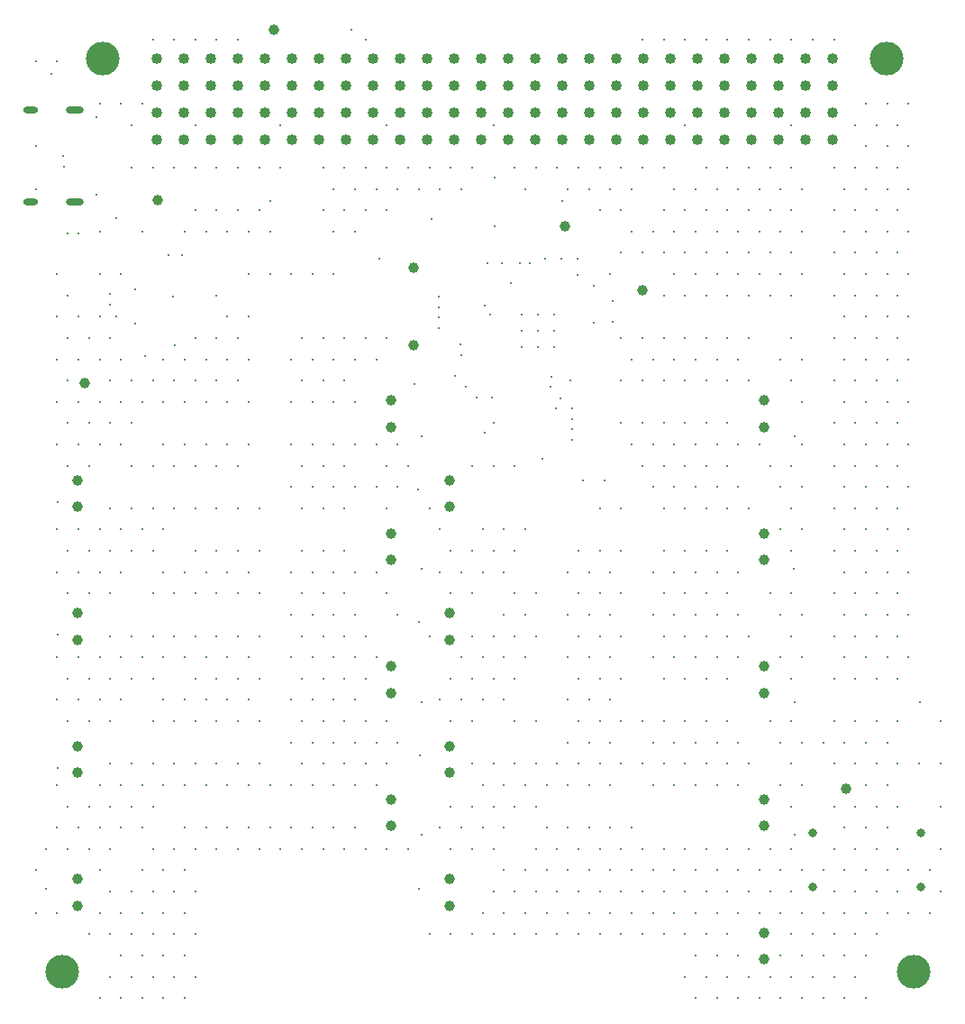
<source format=gbr>
%TF.GenerationSoftware,Altium Limited,Altium Designer,24.0.1 (36)*%
G04 Layer_Color=0*
%FSLAX45Y45*%
%MOMM*%
%TF.SameCoordinates,35AB2F61-03EE-4C9E-862A-60B4A91D9B88*%
%TF.FilePolarity,Positive*%
%TF.FileFunction,Plated,1,4,PTH,Drill*%
%TF.Part,Single*%
G01*
G75*
%TA.AperFunction,ComponentDrill*%
%ADD94C,1.00000*%
%ADD95C,1.00000*%
%ADD96O,1.40000X0.60000*%
%ADD97O,1.70000X0.60000*%
%TA.AperFunction,OtherDrill,Pad Free-MH (82.55mm,90.805mm)*%
%ADD98C,3.17500*%
%TA.AperFunction,OtherDrill,Pad Free-MH (8.89mm,90.805mm)*%
%ADD99C,3.17500*%
%TA.AperFunction,OtherDrill,Pad Free-MH (85.09mm,5.08mm)*%
%ADD100C,3.17500*%
%TA.AperFunction,OtherDrill,Pad Free-MH (5.08mm,5.08mm)*%
%ADD101C,3.17500*%
%TA.AperFunction,ComponentDrill*%
%ADD102C,0.80000*%
%ADD103C,1.02000*%
%TA.AperFunction,ViaDrill,NotFilled*%
%ADD104C,0.30000*%
D94*
X3812500Y6390000D02*
D03*
D95*
X4150000Y4875000D02*
D03*
Y5125000D02*
D03*
X3812500Y7117500D02*
D03*
X650000Y1125000D02*
D03*
Y1375000D02*
D03*
Y4875000D02*
D03*
Y5125000D02*
D03*
Y3625000D02*
D03*
Y3875000D02*
D03*
Y2375000D02*
D03*
Y2625000D02*
D03*
X1407500Y7757500D02*
D03*
X2496820Y9357500D02*
D03*
X7875000Y2225000D02*
D03*
X721360Y6037580D02*
D03*
X5957500Y6905000D02*
D03*
X5232500Y7507500D02*
D03*
X3600000Y4375000D02*
D03*
Y4625000D02*
D03*
Y5625000D02*
D03*
Y5875000D02*
D03*
Y1875000D02*
D03*
Y2125000D02*
D03*
Y3125000D02*
D03*
Y3375000D02*
D03*
X4150000Y3875000D02*
D03*
Y3625000D02*
D03*
Y2625000D02*
D03*
Y2375000D02*
D03*
Y1375000D02*
D03*
Y1125000D02*
D03*
X7100000Y5625000D02*
D03*
Y5875000D02*
D03*
Y4375000D02*
D03*
Y4625000D02*
D03*
Y3125000D02*
D03*
Y3375000D02*
D03*
Y1875000D02*
D03*
Y2125000D02*
D03*
Y625000D02*
D03*
Y875000D02*
D03*
D96*
X210000Y7735000D02*
D03*
Y8600000D02*
D03*
D97*
X627000Y7735000D02*
D03*
Y8600000D02*
D03*
D98*
X8255000Y9080500D02*
D03*
D99*
X889000D02*
D03*
D100*
X8509000Y508000D02*
D03*
D101*
X508000D02*
D03*
D102*
X7559000Y1808000D02*
D03*
Y1300000D02*
D03*
X8575000D02*
D03*
Y1808000D02*
D03*
D103*
X2159000Y9080500D02*
D03*
X3683000D02*
D03*
X2921000D02*
D03*
X2667000D02*
D03*
X2413000D02*
D03*
X3429000D02*
D03*
X1905000D02*
D03*
X1651000D02*
D03*
X3175000D02*
D03*
X1397000D02*
D03*
X6223000D02*
D03*
X6477000Y8826500D02*
D03*
X7493000Y9080500D02*
D03*
Y8826500D02*
D03*
X7239000Y9080500D02*
D03*
Y8826500D02*
D03*
X6985000Y9080500D02*
D03*
Y8826500D02*
D03*
X6731000Y9080500D02*
D03*
Y8826500D02*
D03*
X6477000Y9080500D02*
D03*
X7747000D02*
D03*
Y8826500D02*
D03*
X6223000D02*
D03*
X3175000D02*
D03*
X4445000D02*
D03*
X3683000D02*
D03*
X3937000D02*
D03*
X4191000D02*
D03*
X3429000D02*
D03*
X5969000D02*
D03*
X5715000D02*
D03*
X5461000D02*
D03*
X4699000D02*
D03*
X4953000D02*
D03*
X5207000D02*
D03*
X2159000D02*
D03*
X2921000D02*
D03*
X2667000D02*
D03*
X2413000D02*
D03*
X1905000D02*
D03*
X1651000D02*
D03*
X1397000D02*
D03*
X5207000Y9080500D02*
D03*
X5969000D02*
D03*
X5715000D02*
D03*
X5461000D02*
D03*
X4953000D02*
D03*
X4699000D02*
D03*
X4445000D02*
D03*
X4191000D02*
D03*
X3937000D02*
D03*
X2159000Y8572500D02*
D03*
X3683000D02*
D03*
X2921000D02*
D03*
X2667000D02*
D03*
X2413000D02*
D03*
X3429000D02*
D03*
X1905000D02*
D03*
X1651000D02*
D03*
X3175000D02*
D03*
X1397000D02*
D03*
X6223000D02*
D03*
X6477000Y8318500D02*
D03*
X7493000Y8572500D02*
D03*
Y8318500D02*
D03*
X7239000Y8572500D02*
D03*
Y8318500D02*
D03*
X6985000Y8572500D02*
D03*
Y8318500D02*
D03*
X6731000Y8572500D02*
D03*
Y8318500D02*
D03*
X6477000Y8572500D02*
D03*
X7747000D02*
D03*
Y8318500D02*
D03*
X6223000D02*
D03*
X3175000D02*
D03*
X4445000D02*
D03*
X3683000D02*
D03*
X3937000D02*
D03*
X4191000D02*
D03*
X3429000D02*
D03*
X5969000D02*
D03*
X5715000D02*
D03*
X5461000D02*
D03*
X4699000D02*
D03*
X4953000D02*
D03*
X5207000D02*
D03*
X2159000D02*
D03*
X2921000D02*
D03*
X2667000D02*
D03*
X2413000D02*
D03*
X1905000D02*
D03*
X1651000D02*
D03*
X1397000D02*
D03*
X5207000Y8572500D02*
D03*
X5969000D02*
D03*
X5715000D02*
D03*
X5461000D02*
D03*
X4953000D02*
D03*
X4699000D02*
D03*
X4445000D02*
D03*
X4191000D02*
D03*
X3937000D02*
D03*
D104*
X8760006Y2860003D02*
D03*
Y2460003D02*
D03*
Y2060002D02*
D03*
Y1660002D02*
D03*
X8660006Y1460002D02*
D03*
X8760006Y1260002D02*
D03*
X8660006Y1060002D02*
D03*
X8460006Y8660006D02*
D03*
Y8260006D02*
D03*
Y7860006D02*
D03*
Y7460005D02*
D03*
Y7060005D02*
D03*
Y6660005D02*
D03*
Y6260005D02*
D03*
Y5860005D02*
D03*
Y5460004D02*
D03*
Y5060004D02*
D03*
Y4660004D02*
D03*
Y4260004D02*
D03*
Y3860003D02*
D03*
Y3460003D02*
D03*
X8560006Y2460003D02*
D03*
X8460006Y1460002D02*
D03*
Y1060002D02*
D03*
X8260006Y8660006D02*
D03*
X8360006Y8460006D02*
D03*
X8260006Y8260006D02*
D03*
X8360006Y8060006D02*
D03*
X8260006Y7860006D02*
D03*
X8360006Y7660006D02*
D03*
X8260006Y7460005D02*
D03*
X8360006Y7260005D02*
D03*
X8260006Y7060005D02*
D03*
X8360006Y6860005D02*
D03*
X8260006Y6660005D02*
D03*
X8360006Y6460005D02*
D03*
X8260006Y6260005D02*
D03*
X8360006Y6060005D02*
D03*
X8260006Y5860005D02*
D03*
X8360006Y5660004D02*
D03*
X8260006Y5460004D02*
D03*
X8360006Y5260004D02*
D03*
X8260006Y5060004D02*
D03*
X8360006Y4860004D02*
D03*
X8260006Y4660004D02*
D03*
X8360006Y4460004D02*
D03*
X8260006Y4260004D02*
D03*
X8360006Y4060004D02*
D03*
X8260006Y3860003D02*
D03*
X8360006Y3660003D02*
D03*
X8260006Y3460003D02*
D03*
X8360006Y3260003D02*
D03*
Y2860003D02*
D03*
X8260006Y2660003D02*
D03*
X8360006Y2460003D02*
D03*
X8260006Y2260003D02*
D03*
X8360006Y2060002D02*
D03*
X8260006Y1860002D02*
D03*
X8360006Y1660002D02*
D03*
X8260006Y1460002D02*
D03*
X8360006Y1260002D02*
D03*
X8260006Y1060002D02*
D03*
X8060006Y8660006D02*
D03*
X8160006Y8460006D02*
D03*
X8060006Y8260006D02*
D03*
X8160006Y8060006D02*
D03*
X8060006Y7860006D02*
D03*
X8160006Y7660006D02*
D03*
X8060006Y7460005D02*
D03*
X8160006Y7260005D02*
D03*
X8060006Y7060005D02*
D03*
X8160006Y6860005D02*
D03*
X8060006Y6660005D02*
D03*
X8160006Y6460005D02*
D03*
X8060006Y6260005D02*
D03*
X8160006Y6060005D02*
D03*
X8060006Y5860005D02*
D03*
X8160006Y5660004D02*
D03*
X8060006Y5460004D02*
D03*
X8160006Y5260004D02*
D03*
X8060006Y5060004D02*
D03*
X8160006Y4860004D02*
D03*
X8060006Y4660004D02*
D03*
X8160006Y4460004D02*
D03*
X8060006Y4260004D02*
D03*
X8160006Y4060004D02*
D03*
X8060006Y3860003D02*
D03*
X8160006Y3660003D02*
D03*
X8060006Y3460003D02*
D03*
X8160006Y3260003D02*
D03*
Y2860003D02*
D03*
X8060006Y2660003D02*
D03*
X8160006Y2460003D02*
D03*
X8060006Y2260003D02*
D03*
X8160006Y2060002D02*
D03*
X8060006Y1860002D02*
D03*
X8160006Y1660002D02*
D03*
X8060006Y1460002D02*
D03*
X8160006Y1260002D02*
D03*
X8060006Y1060002D02*
D03*
X8160006Y860002D02*
D03*
X8060006Y660002D02*
D03*
Y260002D02*
D03*
X7960006Y8460006D02*
D03*
Y8060006D02*
D03*
X7860006Y7860006D02*
D03*
X7960006Y7660006D02*
D03*
X7860006Y7460005D02*
D03*
X7960006Y7260005D02*
D03*
X7860006Y7060005D02*
D03*
X7960006Y6860005D02*
D03*
X7860006Y6660005D02*
D03*
X7960006Y6460005D02*
D03*
X7860006Y6260005D02*
D03*
X7960006Y6060005D02*
D03*
X7860006Y5860005D02*
D03*
X7960006Y5660004D02*
D03*
X7860006Y5460004D02*
D03*
X7960006Y5260004D02*
D03*
X7860006Y5060004D02*
D03*
X7960006Y4860004D02*
D03*
X7860006Y4660004D02*
D03*
X7960006Y4460004D02*
D03*
X7860006Y4260004D02*
D03*
X7960006Y4060004D02*
D03*
X7860006Y3860003D02*
D03*
X7960006Y3660003D02*
D03*
X7860006Y3460003D02*
D03*
X7960006Y3260003D02*
D03*
Y2860003D02*
D03*
X7860006Y2660003D02*
D03*
X7960006Y2460003D02*
D03*
Y2060002D02*
D03*
X7860006Y1860002D02*
D03*
X7960006Y1660002D02*
D03*
X7860006Y1460002D02*
D03*
X7960006Y1260002D02*
D03*
X7860006Y1060002D02*
D03*
X7960006Y860002D02*
D03*
X7860006Y660002D02*
D03*
X7960006Y460002D02*
D03*
X7860006Y260002D02*
D03*
X7760006Y9260006D02*
D03*
Y8060006D02*
D03*
Y7660006D02*
D03*
Y7260005D02*
D03*
Y6860005D02*
D03*
Y6460005D02*
D03*
Y6060005D02*
D03*
Y5660004D02*
D03*
Y5260004D02*
D03*
Y4860004D02*
D03*
Y4460004D02*
D03*
Y4060004D02*
D03*
Y3660003D02*
D03*
Y3260003D02*
D03*
Y2860003D02*
D03*
X7660006Y2660003D02*
D03*
X7760006Y2460003D02*
D03*
Y2060002D02*
D03*
Y1660002D02*
D03*
X7660006Y1460002D02*
D03*
X7760006Y1260002D02*
D03*
X7660006Y1060002D02*
D03*
X7760006Y860002D02*
D03*
X7660006Y660002D02*
D03*
X7760006Y460002D02*
D03*
X7660006Y260002D02*
D03*
X7560005Y9260006D02*
D03*
X7460005Y7860006D02*
D03*
Y7460005D02*
D03*
Y7060005D02*
D03*
Y6260005D02*
D03*
Y5860005D02*
D03*
Y5460004D02*
D03*
Y5060004D02*
D03*
Y4660004D02*
D03*
Y3860003D02*
D03*
Y3460003D02*
D03*
Y2660003D02*
D03*
Y2260003D02*
D03*
Y1460002D02*
D03*
Y1060002D02*
D03*
X7560005Y860002D02*
D03*
X7460005Y660002D02*
D03*
X7560005Y460002D02*
D03*
X7460005Y260002D02*
D03*
X7360005Y9260006D02*
D03*
Y8460006D02*
D03*
Y8060006D02*
D03*
X7260005Y7860006D02*
D03*
X7360005Y7660006D02*
D03*
X7260005Y7460005D02*
D03*
X7360005Y7260005D02*
D03*
X7260005Y7060005D02*
D03*
X7360005Y6860005D02*
D03*
Y6460005D02*
D03*
X7260005Y6260005D02*
D03*
X7360005Y6060005D02*
D03*
Y5260004D02*
D03*
X7260005Y5060004D02*
D03*
X7360005Y4860004D02*
D03*
X7260005Y4660004D02*
D03*
X7360005Y4460004D02*
D03*
Y4060004D02*
D03*
X7260005Y3860003D02*
D03*
X7360005Y3660003D02*
D03*
X7260005Y3460003D02*
D03*
X7360005Y3260003D02*
D03*
Y2860003D02*
D03*
X7260005Y2660003D02*
D03*
X7360005Y2460003D02*
D03*
X7260005Y2260003D02*
D03*
X7360005Y2060002D02*
D03*
Y1660002D02*
D03*
X7260005Y1460002D02*
D03*
X7360005Y1260002D02*
D03*
X7260005Y1060002D02*
D03*
X7360005Y860002D02*
D03*
X7260005Y660002D02*
D03*
X7360005Y460002D02*
D03*
X7260005Y260002D02*
D03*
X7160005Y9260006D02*
D03*
Y8060006D02*
D03*
X7060005Y7860006D02*
D03*
X7160005Y7660006D02*
D03*
X7060005Y7460005D02*
D03*
X7160005Y7260005D02*
D03*
X7060005Y7060005D02*
D03*
X7160005Y6860005D02*
D03*
X7060005Y5460004D02*
D03*
X7160005Y5260004D02*
D03*
Y4060004D02*
D03*
Y2860003D02*
D03*
Y1660002D02*
D03*
X7060005Y1460002D02*
D03*
X7160005Y1260002D02*
D03*
X7060005Y1060002D02*
D03*
X7160005Y460002D02*
D03*
X7060005Y260002D02*
D03*
X6960005Y9260006D02*
D03*
Y8060006D02*
D03*
X6860005Y7860006D02*
D03*
X6960005Y7660006D02*
D03*
X6860005Y7460005D02*
D03*
X6960005Y7260005D02*
D03*
X6860005Y7060005D02*
D03*
X6960005Y6860005D02*
D03*
Y6460005D02*
D03*
X6860005Y6260005D02*
D03*
X6960005Y6060005D02*
D03*
X6860005Y5460004D02*
D03*
Y5060004D02*
D03*
X6960005Y4860004D02*
D03*
X6860005Y4260004D02*
D03*
Y3860003D02*
D03*
X6960005Y3660003D02*
D03*
X6860005Y3460003D02*
D03*
Y2660003D02*
D03*
X6960005Y2460003D02*
D03*
X6860005Y2260003D02*
D03*
X6960005Y1660002D02*
D03*
X6860005Y1460002D02*
D03*
X6960005Y1260002D02*
D03*
X6860005Y1060002D02*
D03*
Y660002D02*
D03*
X6960005Y460002D02*
D03*
X6860005Y260002D02*
D03*
X6760005Y9260006D02*
D03*
Y8060006D02*
D03*
X6660005Y7860006D02*
D03*
X6760005Y7660006D02*
D03*
X6660005Y7460005D02*
D03*
X6760005Y7260005D02*
D03*
X6660005Y7060005D02*
D03*
X6760005Y6860005D02*
D03*
Y6460005D02*
D03*
X6660005Y6260005D02*
D03*
X6760005Y6060005D02*
D03*
Y5660004D02*
D03*
X6660005Y5460004D02*
D03*
X6760005Y5260004D02*
D03*
X6660005Y5060004D02*
D03*
X6760005Y4860004D02*
D03*
Y4460004D02*
D03*
X6660005Y4260004D02*
D03*
X6760005Y4060004D02*
D03*
X6660005Y3860003D02*
D03*
X6760005Y3660003D02*
D03*
X6660005Y3460003D02*
D03*
X6760005Y3260003D02*
D03*
Y2860003D02*
D03*
X6660005Y2660003D02*
D03*
X6760005Y2460003D02*
D03*
X6660005Y2260003D02*
D03*
X6760005Y1660002D02*
D03*
X6660005Y1460002D02*
D03*
X6760005Y1260002D02*
D03*
X6660005Y1060002D02*
D03*
X6760005Y860002D02*
D03*
X6660005Y660002D02*
D03*
X6760005Y460002D02*
D03*
X6660005Y260002D02*
D03*
X6560005Y9260006D02*
D03*
Y8060006D02*
D03*
X6460005Y7860006D02*
D03*
X6560005Y7660006D02*
D03*
X6460005Y7460005D02*
D03*
X6560005Y7260005D02*
D03*
X6460005Y7060005D02*
D03*
X6560005Y6860005D02*
D03*
Y6460005D02*
D03*
X6460005Y6260005D02*
D03*
X6560005Y6060005D02*
D03*
Y5660004D02*
D03*
X6460005Y5460004D02*
D03*
X6560005Y5260004D02*
D03*
X6460005Y5060004D02*
D03*
X6560005Y4860004D02*
D03*
Y4460004D02*
D03*
X6460005Y4260004D02*
D03*
X6560005Y4060004D02*
D03*
X6460005Y3860003D02*
D03*
X6560005Y3660003D02*
D03*
X6460005Y3460003D02*
D03*
X6560005Y3260003D02*
D03*
Y2860003D02*
D03*
X6460005Y2660003D02*
D03*
X6560005Y2460003D02*
D03*
X6460005Y2260003D02*
D03*
X6560005Y1660002D02*
D03*
X6460005Y1460002D02*
D03*
X6560005Y1260002D02*
D03*
X6460005Y1060002D02*
D03*
X6560005Y860002D02*
D03*
X6460005Y660002D02*
D03*
X6560005Y460002D02*
D03*
X6460005Y260002D02*
D03*
X6360005Y9260006D02*
D03*
Y8460006D02*
D03*
X6260005Y7860006D02*
D03*
X6360005Y7660006D02*
D03*
X6260005Y7460005D02*
D03*
X6360005Y7260005D02*
D03*
X6260005Y7060005D02*
D03*
X6360005Y6860005D02*
D03*
Y6460005D02*
D03*
X6260005Y6260005D02*
D03*
X6360005Y6060005D02*
D03*
Y5660004D02*
D03*
X6260005Y5460004D02*
D03*
X6360005Y5260004D02*
D03*
X6260005Y5060004D02*
D03*
X6360005Y4860004D02*
D03*
Y4460004D02*
D03*
X6260005Y4260004D02*
D03*
X6360005Y4060004D02*
D03*
X6260005Y3860003D02*
D03*
X6360005Y3660003D02*
D03*
X6260005Y3460003D02*
D03*
X6360005Y3260003D02*
D03*
Y2860003D02*
D03*
X6260005Y2660003D02*
D03*
X6360005Y2460003D02*
D03*
X6260005Y2260003D02*
D03*
X6360005Y1660002D02*
D03*
X6260005Y1460002D02*
D03*
X6360005Y1260002D02*
D03*
X6260005Y1060002D02*
D03*
X6360005Y860002D02*
D03*
Y460002D02*
D03*
X6160005Y9260006D02*
D03*
Y8060006D02*
D03*
Y7660006D02*
D03*
X6060005Y7460005D02*
D03*
X6160005Y7260005D02*
D03*
Y6860005D02*
D03*
Y6460005D02*
D03*
X6060005Y6260005D02*
D03*
X6160005Y6060005D02*
D03*
Y5660004D02*
D03*
X6060005Y5460004D02*
D03*
X6160005Y5260004D02*
D03*
X6060005Y5060004D02*
D03*
X6160005Y4860004D02*
D03*
Y4460004D02*
D03*
X6060005Y4260004D02*
D03*
X6160005Y4060004D02*
D03*
X6060005Y3860003D02*
D03*
X6160005Y3660003D02*
D03*
X6060005Y3460003D02*
D03*
X6160005Y3260003D02*
D03*
Y2860003D02*
D03*
X6060005Y2660003D02*
D03*
X6160005Y2460003D02*
D03*
X6060005Y2260003D02*
D03*
X6160005Y1660002D02*
D03*
X6060005Y1460002D02*
D03*
X6160005Y1260002D02*
D03*
X6060005Y1060002D02*
D03*
X6160005Y860002D02*
D03*
X5960005Y9260006D02*
D03*
Y8060006D02*
D03*
X5860005Y7860006D02*
D03*
Y7460005D02*
D03*
X5960005Y7260005D02*
D03*
Y6460005D02*
D03*
X5860005Y6260005D02*
D03*
X5960005Y6060005D02*
D03*
Y5660004D02*
D03*
X5860005Y5460004D02*
D03*
X5960005Y5260004D02*
D03*
Y2860003D02*
D03*
Y2460003D02*
D03*
X5860005Y1860002D02*
D03*
X5960005Y1660002D02*
D03*
X5860005Y1460002D02*
D03*
X5960005Y1260002D02*
D03*
X5860005Y1060002D02*
D03*
X5960005Y860002D02*
D03*
X5760004Y8060006D02*
D03*
X5660004Y7860006D02*
D03*
X5760004Y7660006D02*
D03*
Y7260005D02*
D03*
X5660004Y7060005D02*
D03*
X5760004Y6460005D02*
D03*
Y6060005D02*
D03*
Y5660004D02*
D03*
Y4860004D02*
D03*
Y4460004D02*
D03*
X5660004Y4260004D02*
D03*
X5760004Y4060004D02*
D03*
X5660004Y3860003D02*
D03*
X5760004Y3660003D02*
D03*
X5660004Y3460003D02*
D03*
X5760004Y3260003D02*
D03*
X5660004Y3060003D02*
D03*
X5760004Y2860003D02*
D03*
X5660004Y2660003D02*
D03*
X5760004Y2460003D02*
D03*
X5660004Y2260003D02*
D03*
Y1860002D02*
D03*
X5760004Y1660002D02*
D03*
X5660004Y1460002D02*
D03*
X5760004Y1260002D02*
D03*
X5660004Y1060002D02*
D03*
X5760004Y860002D02*
D03*
X5560004Y8060006D02*
D03*
X5460004Y7860006D02*
D03*
X5560004Y7660006D02*
D03*
Y4860004D02*
D03*
Y4460004D02*
D03*
X5460004Y4260004D02*
D03*
X5560004Y4060004D02*
D03*
X5460004Y3860003D02*
D03*
X5560004Y3660003D02*
D03*
X5460004Y3460003D02*
D03*
X5560004Y3260003D02*
D03*
X5460004Y3060003D02*
D03*
X5560004Y2860003D02*
D03*
X5460004Y2660003D02*
D03*
X5560004Y2460003D02*
D03*
X5460004Y2260003D02*
D03*
Y1860002D02*
D03*
X5560004Y1660002D02*
D03*
X5460004Y1460002D02*
D03*
X5560004Y1260002D02*
D03*
X5460004Y1060002D02*
D03*
X5560004Y860002D02*
D03*
X5360004Y8060006D02*
D03*
X5260004Y7860006D02*
D03*
X5360004Y4460004D02*
D03*
X5260004Y4260004D02*
D03*
X5360004Y4060004D02*
D03*
X5260004Y3860003D02*
D03*
X5360004Y3660003D02*
D03*
X5260004Y3460003D02*
D03*
X5360004Y3260003D02*
D03*
X5260004Y3060003D02*
D03*
X5360004Y2860003D02*
D03*
X5260004Y2660003D02*
D03*
X5360004Y2460003D02*
D03*
X5260004Y2260003D02*
D03*
Y1860002D02*
D03*
X5360004Y1660002D02*
D03*
X5260004Y1460002D02*
D03*
X5360004Y1260002D02*
D03*
X5260004Y1060002D02*
D03*
X5360004Y860002D02*
D03*
X5160004Y8060006D02*
D03*
Y2460003D02*
D03*
X5060004Y2260003D02*
D03*
Y1860002D02*
D03*
X5160004Y1660002D02*
D03*
X5060004Y1460002D02*
D03*
X5160004Y1260002D02*
D03*
X5060004Y1060002D02*
D03*
X5160004Y860002D02*
D03*
X4960004Y8060006D02*
D03*
X4860004Y7860006D02*
D03*
Y4660004D02*
D03*
X4960004Y4060004D02*
D03*
X4860004Y3860003D02*
D03*
X4960004Y3660003D02*
D03*
X4860004Y3460003D02*
D03*
X4960004Y2860003D02*
D03*
Y2460003D02*
D03*
X4860004Y2260003D02*
D03*
X4960004Y2060002D02*
D03*
Y1660002D02*
D03*
X4860004Y1460002D02*
D03*
X4960004Y1260002D02*
D03*
X4860004Y1060002D02*
D03*
X4960004Y860002D02*
D03*
X4760004Y8060006D02*
D03*
Y5260004D02*
D03*
X4660004Y4660004D02*
D03*
X4760004Y4460004D02*
D03*
X4660004Y4260004D02*
D03*
X4760004Y4060004D02*
D03*
X4660004Y3860003D02*
D03*
X4760004Y3660003D02*
D03*
X4660004Y3460003D02*
D03*
X4760004Y3260003D02*
D03*
X4660004Y3060003D02*
D03*
X4760004Y2860003D02*
D03*
Y2460003D02*
D03*
X4660004Y2260003D02*
D03*
X4760004Y2060002D02*
D03*
X4660004Y1860002D02*
D03*
Y1460002D02*
D03*
X4760004Y1260002D02*
D03*
X4660004Y1060002D02*
D03*
X4760004Y860002D02*
D03*
X4560004Y8460006D02*
D03*
Y5660004D02*
D03*
Y5260004D02*
D03*
X4460004Y4660004D02*
D03*
X4560004Y4460004D02*
D03*
X4460004Y4260004D02*
D03*
X4560004Y3660003D02*
D03*
X4460004Y3460003D02*
D03*
X4560004Y3260003D02*
D03*
X4460004Y3060003D02*
D03*
X4560004Y2460003D02*
D03*
X4460004Y2260003D02*
D03*
X4560004Y2060002D02*
D03*
X4460004Y1860002D02*
D03*
X4560004Y1660002D02*
D03*
Y1260002D02*
D03*
X4460004Y1060002D02*
D03*
X4560004Y860002D02*
D03*
X4360004Y8060006D02*
D03*
X4260004Y7860006D02*
D03*
X4360004Y5260004D02*
D03*
Y4460004D02*
D03*
X4260004Y4260004D02*
D03*
X4360004Y4060004D02*
D03*
Y3660003D02*
D03*
X4260004Y3460003D02*
D03*
X4360004Y3260003D02*
D03*
X4260004Y3060003D02*
D03*
X4360004Y2860003D02*
D03*
Y2460003D02*
D03*
Y2060002D02*
D03*
X4260004Y1860002D02*
D03*
X4360004Y1660002D02*
D03*
Y860002D02*
D03*
X4160004Y8060006D02*
D03*
X4060004Y7860006D02*
D03*
Y4660004D02*
D03*
X4160004Y4460004D02*
D03*
X4060004Y4260004D02*
D03*
X4160004Y4060004D02*
D03*
Y3260003D02*
D03*
X4060004Y3060003D02*
D03*
X4160004Y2860003D02*
D03*
Y2060002D02*
D03*
X4060004Y1860002D02*
D03*
X4160004Y1660002D02*
D03*
Y860002D02*
D03*
X3960004Y8060006D02*
D03*
X3860003Y7860006D02*
D03*
X3960004Y4860004D02*
D03*
Y3660003D02*
D03*
Y860002D02*
D03*
X3760003Y8060006D02*
D03*
X3660003Y7860006D02*
D03*
Y5460004D02*
D03*
X3760003Y5260004D02*
D03*
X3660003Y5060004D02*
D03*
Y3860003D02*
D03*
Y2660003D02*
D03*
X3760003Y1660002D02*
D03*
X3560003Y8460006D02*
D03*
Y8060006D02*
D03*
X3460003Y7860006D02*
D03*
X3560003Y7660006D02*
D03*
Y6460005D02*
D03*
X3460003Y6260005D02*
D03*
Y5460004D02*
D03*
X3560003Y5260004D02*
D03*
X3460003Y5060004D02*
D03*
X3560003Y4860004D02*
D03*
X3460003Y4260004D02*
D03*
X3560003Y4060004D02*
D03*
X3460003Y3460003D02*
D03*
X3560003Y2860003D02*
D03*
X3460003Y2660003D02*
D03*
X3560003Y2460003D02*
D03*
X3460003Y2260003D02*
D03*
X3560003Y1660002D02*
D03*
X3360003Y9260006D02*
D03*
Y8060006D02*
D03*
X3260003Y7860006D02*
D03*
X3360003Y7660006D02*
D03*
X3260003Y7460005D02*
D03*
X3360003Y6460005D02*
D03*
X3260003Y6260005D02*
D03*
Y5860005D02*
D03*
Y5460004D02*
D03*
Y5060004D02*
D03*
Y4260004D02*
D03*
Y3860003D02*
D03*
X3360003Y3660003D02*
D03*
X3260003Y3460003D02*
D03*
X3360003Y3260003D02*
D03*
X3260003Y3060003D02*
D03*
X3360003Y2860003D02*
D03*
X3260003Y2660003D02*
D03*
X3360003Y2460003D02*
D03*
X3260003Y2260003D02*
D03*
Y1860002D02*
D03*
X3360003Y1660002D02*
D03*
X3160003Y8060006D02*
D03*
X3060003Y7860006D02*
D03*
X3160003Y7660006D02*
D03*
X3060003Y7460005D02*
D03*
Y7060005D02*
D03*
X3160003Y6460005D02*
D03*
X3060003Y6260005D02*
D03*
X3160003Y6060005D02*
D03*
X3060003Y5860005D02*
D03*
Y5460004D02*
D03*
X3160003Y5260004D02*
D03*
X3060003Y5060004D02*
D03*
X3160003Y4860004D02*
D03*
Y4460004D02*
D03*
X3060003Y4260004D02*
D03*
X3160003Y4060004D02*
D03*
X3060003Y3860003D02*
D03*
X3160003Y3660003D02*
D03*
X3060003Y3460003D02*
D03*
X3160003Y3260003D02*
D03*
X3060003Y3060003D02*
D03*
X3160003Y2860003D02*
D03*
X3060003Y2660003D02*
D03*
X3160003Y2460003D02*
D03*
X3060003Y2260003D02*
D03*
Y1860002D02*
D03*
X3160003Y1660002D02*
D03*
X2960003Y8060006D02*
D03*
Y7660006D02*
D03*
X2860003Y7060005D02*
D03*
X2960003Y6460005D02*
D03*
X2860003Y6260005D02*
D03*
X2960003Y6060005D02*
D03*
X2860003Y5860005D02*
D03*
Y5460004D02*
D03*
X2960003Y5260004D02*
D03*
X2860003Y5060004D02*
D03*
X2960003Y4860004D02*
D03*
Y4460004D02*
D03*
X2860003Y4260004D02*
D03*
X2960003Y4060004D02*
D03*
X2860003Y3860003D02*
D03*
X2960003Y3660003D02*
D03*
X2860003Y3460003D02*
D03*
X2960003Y3260003D02*
D03*
X2860003Y3060003D02*
D03*
X2960003Y2860003D02*
D03*
X2860003Y2660003D02*
D03*
X2960003Y2460003D02*
D03*
X2860003Y2260003D02*
D03*
Y1860002D02*
D03*
X2960003Y1660002D02*
D03*
X2660003Y7060005D02*
D03*
X2760003Y6460005D02*
D03*
X2660003Y6260005D02*
D03*
X2760003Y6060005D02*
D03*
X2660003Y5860005D02*
D03*
Y5460004D02*
D03*
X2760003Y5260004D02*
D03*
X2660003Y5060004D02*
D03*
X2760003Y4860004D02*
D03*
Y4460004D02*
D03*
X2660003Y4260004D02*
D03*
X2760003Y4060004D02*
D03*
X2660003Y3860003D02*
D03*
X2760003Y3660003D02*
D03*
X2660003Y3460003D02*
D03*
X2760003Y3260003D02*
D03*
X2660003Y3060003D02*
D03*
X2760003Y2860003D02*
D03*
X2660003Y2660003D02*
D03*
X2760003Y2460003D02*
D03*
X2660003Y2260003D02*
D03*
Y1860002D02*
D03*
X2760003Y1660002D02*
D03*
X2560003Y8460006D02*
D03*
Y8060006D02*
D03*
X2460003Y7460005D02*
D03*
Y7060005D02*
D03*
Y2260003D02*
D03*
Y1860002D02*
D03*
X2560003Y1660002D02*
D03*
X2360003Y8060006D02*
D03*
Y7660006D02*
D03*
X2260003Y7460005D02*
D03*
Y7060005D02*
D03*
Y6660005D02*
D03*
Y6260005D02*
D03*
Y5860005D02*
D03*
Y5460004D02*
D03*
X2360003Y4860004D02*
D03*
Y4460004D02*
D03*
X2260003Y4260004D02*
D03*
X2360003Y4060004D02*
D03*
Y3660003D02*
D03*
X2260003Y3460003D02*
D03*
X2360003Y3260003D02*
D03*
X2260003Y3060003D02*
D03*
X2360003Y2860003D02*
D03*
Y2460003D02*
D03*
X2260003Y2260003D02*
D03*
Y1860002D02*
D03*
X2360003Y1660002D02*
D03*
X2160003Y9260006D02*
D03*
Y8060006D02*
D03*
Y7660006D02*
D03*
X2060002Y7460005D02*
D03*
Y6660005D02*
D03*
X2160003Y6460005D02*
D03*
X2060002Y6260005D02*
D03*
X2160003Y6060005D02*
D03*
X2060002Y5860005D02*
D03*
Y5460004D02*
D03*
X2160003Y5260004D02*
D03*
Y4860004D02*
D03*
Y4460004D02*
D03*
X2060002Y4260004D02*
D03*
X2160003Y4060004D02*
D03*
Y3660003D02*
D03*
X2060002Y3460003D02*
D03*
X2160003Y3260003D02*
D03*
X2060002Y3060003D02*
D03*
X2160003Y2860003D02*
D03*
Y2460003D02*
D03*
X2060002Y2260003D02*
D03*
Y1860002D02*
D03*
X2160003Y1660002D02*
D03*
X1960002Y9260006D02*
D03*
Y8060006D02*
D03*
Y7660006D02*
D03*
X1860002Y7460005D02*
D03*
X1960002Y6860005D02*
D03*
Y6460005D02*
D03*
X1860002Y6260005D02*
D03*
X1960002Y6060005D02*
D03*
X1860002Y5860005D02*
D03*
Y5460004D02*
D03*
X1960002Y5260004D02*
D03*
Y4860004D02*
D03*
Y4460004D02*
D03*
X1860002Y4260004D02*
D03*
X1960002Y4060004D02*
D03*
Y3660003D02*
D03*
X1860002Y3460003D02*
D03*
X1960002Y3260003D02*
D03*
X1860002Y3060003D02*
D03*
X1960002Y2860003D02*
D03*
Y2460003D02*
D03*
X1860002Y2260003D02*
D03*
Y1860002D02*
D03*
X1960002Y1660002D02*
D03*
X1760002Y9260006D02*
D03*
Y8460006D02*
D03*
Y8060006D02*
D03*
Y7660006D02*
D03*
X1660002Y7460005D02*
D03*
X1760002Y6460005D02*
D03*
X1660002Y6260005D02*
D03*
X1760002Y6060005D02*
D03*
X1660002Y5860005D02*
D03*
Y5460004D02*
D03*
X1760002Y5260004D02*
D03*
Y4860004D02*
D03*
Y4460004D02*
D03*
X1660002Y4260004D02*
D03*
X1760002Y4060004D02*
D03*
Y3660003D02*
D03*
X1660002Y3460003D02*
D03*
X1760002Y3260003D02*
D03*
X1660002Y3060003D02*
D03*
X1760002Y2860003D02*
D03*
Y2460003D02*
D03*
X1660002Y2260003D02*
D03*
Y1860002D02*
D03*
X1760002Y1660002D02*
D03*
X1660002Y1460002D02*
D03*
X1760002Y1260002D02*
D03*
X1660002Y1060002D02*
D03*
X1760002Y860002D02*
D03*
X1660002Y660002D02*
D03*
X1760002Y460002D02*
D03*
X1660002Y260002D02*
D03*
X1560002Y9260006D02*
D03*
Y8060006D02*
D03*
X1460002Y6260005D02*
D03*
X1560002Y6060005D02*
D03*
X1460002Y5860005D02*
D03*
Y5460004D02*
D03*
X1560002Y5260004D02*
D03*
Y4860004D02*
D03*
X1460002Y4660004D02*
D03*
Y4260004D02*
D03*
X1560002Y4060004D02*
D03*
Y3660003D02*
D03*
X1460002Y3460003D02*
D03*
Y3060003D02*
D03*
X1560002Y2860003D02*
D03*
Y2460003D02*
D03*
X1460002Y2260003D02*
D03*
X1560002Y1660002D02*
D03*
X1460002Y1460002D02*
D03*
X1560002Y1260002D02*
D03*
X1460002Y1060002D02*
D03*
X1560002Y860002D02*
D03*
X1460002Y660002D02*
D03*
X1560002Y460002D02*
D03*
X1460002Y260002D02*
D03*
X1360002Y9260006D02*
D03*
X1260002Y8660006D02*
D03*
X1360002Y8060006D02*
D03*
X1260002Y7460005D02*
D03*
X1360002Y6060005D02*
D03*
X1260002Y5860005D02*
D03*
X1360002Y5260004D02*
D03*
Y4860004D02*
D03*
X1260002Y4660004D02*
D03*
X1360002Y4460004D02*
D03*
Y4060004D02*
D03*
Y3660003D02*
D03*
X1260002Y3460003D02*
D03*
X1360002Y3260003D02*
D03*
Y2860003D02*
D03*
Y2460003D02*
D03*
X1260002Y2260003D02*
D03*
X1360002Y2060002D02*
D03*
X1260002Y1860002D02*
D03*
X1360002Y1660002D02*
D03*
X1260002Y1460002D02*
D03*
X1360002Y1260002D02*
D03*
X1260002Y1060002D02*
D03*
X1360002Y860002D02*
D03*
X1260002Y660002D02*
D03*
X1360002Y460002D02*
D03*
X1260002Y260002D02*
D03*
X1060002Y8660006D02*
D03*
X1160002Y8460006D02*
D03*
Y8060006D02*
D03*
X1060002Y7060005D02*
D03*
Y6260005D02*
D03*
X1160002Y6060005D02*
D03*
X1060002Y5860005D02*
D03*
X1160002Y5660004D02*
D03*
X1060002Y5460004D02*
D03*
X1160002Y5260004D02*
D03*
Y4860004D02*
D03*
X1060002Y4660004D02*
D03*
X1160002Y4460004D02*
D03*
X1060002Y4260004D02*
D03*
X1160002Y3660003D02*
D03*
X1060002Y3460003D02*
D03*
X1160002Y3260003D02*
D03*
X1060002Y3060003D02*
D03*
X1160002Y2460003D02*
D03*
X1060002Y2260003D02*
D03*
X1160002Y2060002D02*
D03*
X1060002Y1860002D02*
D03*
X1160002Y1260002D02*
D03*
X1060002Y1060002D02*
D03*
X1160002Y860002D02*
D03*
X1060002Y660002D02*
D03*
X1160002Y460002D02*
D03*
X1060002Y260002D02*
D03*
X860002Y8660006D02*
D03*
Y7460005D02*
D03*
Y7060005D02*
D03*
Y6660005D02*
D03*
X960002Y6460005D02*
D03*
X860002Y6260005D02*
D03*
X960002Y6060005D02*
D03*
X860002Y5860005D02*
D03*
X960002Y5660004D02*
D03*
X860002Y5460004D02*
D03*
X960002Y4860004D02*
D03*
X860002Y4660004D02*
D03*
X960002Y4460004D02*
D03*
X860002Y4260004D02*
D03*
X960002Y4060004D02*
D03*
Y3660003D02*
D03*
X860002Y3460003D02*
D03*
X960002Y3260003D02*
D03*
X860002Y3060003D02*
D03*
X960002Y2860003D02*
D03*
Y2460003D02*
D03*
X860002Y2260003D02*
D03*
X960002Y2060002D02*
D03*
X860002Y1860002D02*
D03*
X960002Y1660002D02*
D03*
X860002Y1460002D02*
D03*
X960002Y1260002D02*
D03*
X860002Y1060002D02*
D03*
X960002Y860002D02*
D03*
Y460002D02*
D03*
X860002Y260002D02*
D03*
X660002Y6660005D02*
D03*
X760002Y6460005D02*
D03*
X660002Y6260005D02*
D03*
Y5860005D02*
D03*
X760002Y5660004D02*
D03*
X660002Y5460004D02*
D03*
X760002Y5260004D02*
D03*
X660002Y4660004D02*
D03*
X760002Y4460004D02*
D03*
X660002Y4260004D02*
D03*
X760002Y4060004D02*
D03*
X660002Y3460003D02*
D03*
X760002Y3260003D02*
D03*
X660002Y3060003D02*
D03*
X760002Y2860003D02*
D03*
Y2060002D02*
D03*
X660002Y1860002D02*
D03*
X760002Y1660002D02*
D03*
Y860002D02*
D03*
X460002Y9060006D02*
D03*
Y7060005D02*
D03*
X560002Y6860005D02*
D03*
X460002Y6660005D02*
D03*
X560002Y6460005D02*
D03*
X460002Y6260005D02*
D03*
X560002Y6060005D02*
D03*
X460002Y5860005D02*
D03*
X560002Y5660004D02*
D03*
X460002Y5460004D02*
D03*
X560002Y5260004D02*
D03*
X460002Y4660004D02*
D03*
X560002Y4460004D02*
D03*
X460002Y4260004D02*
D03*
X560002Y4060004D02*
D03*
X460002Y3460003D02*
D03*
X560002Y3260003D02*
D03*
X460002Y3060003D02*
D03*
X560002Y2860003D02*
D03*
X460002Y2260003D02*
D03*
X560002Y2060002D02*
D03*
X460002Y1860002D02*
D03*
X560002Y1660002D02*
D03*
X460002Y1060002D02*
D03*
X260002Y9060006D02*
D03*
Y8260006D02*
D03*
Y7860006D02*
D03*
X360002Y1660002D02*
D03*
X260002Y1460002D02*
D03*
Y1060002D02*
D03*
X4575000Y7507500D02*
D03*
X5605000Y5122500D02*
D03*
X5405000D02*
D03*
X4480000Y5572500D02*
D03*
X5020000Y5327500D02*
D03*
X5677500Y6607500D02*
D03*
Y6807500D02*
D03*
X5298452Y5501548D02*
D03*
X5300000Y5600000D02*
D03*
X3490000Y7200000D02*
D03*
X3820000Y6030000D02*
D03*
X3870400Y2540000D02*
D03*
X3890000Y1790000D02*
D03*
Y3040000D02*
D03*
X3850400Y5040000D02*
D03*
X7390000Y1790000D02*
D03*
Y3040000D02*
D03*
X7380000Y4290000D02*
D03*
X7390000Y5540000D02*
D03*
X470000Y4920000D02*
D03*
Y3670000D02*
D03*
Y2420000D02*
D03*
X360000Y1290000D02*
D03*
X3860000D02*
D03*
Y3790000D02*
D03*
X3890000Y4290000D02*
D03*
Y5540000D02*
D03*
X3980000Y7580000D02*
D03*
X4900000Y7162500D02*
D03*
X4260000Y6300000D02*
D03*
X4248330Y6396231D02*
D03*
X5284755Y6064755D02*
D03*
X5300000Y5800000D02*
D03*
Y5700000D02*
D03*
X5500000Y6950000D02*
D03*
X5350000Y7050400D02*
D03*
X5195011Y7200000D02*
D03*
X5050000D02*
D03*
X5350000D02*
D03*
X5500000Y6600000D02*
D03*
X5150000Y5800000D02*
D03*
X5189600Y5889600D02*
D03*
X5100000Y6000000D02*
D03*
X4200000Y6100000D02*
D03*
X4300000Y6000000D02*
D03*
X4400000Y5900000D02*
D03*
X4550000D02*
D03*
X4050000Y6550000D02*
D03*
Y6650000D02*
D03*
Y6750000D02*
D03*
Y6850000D02*
D03*
X4827500Y6526000D02*
D03*
X4977500Y6376000D02*
D03*
X4827500D02*
D03*
X5127500D02*
D03*
Y6676000D02*
D03*
X4827500D02*
D03*
X5127500Y6526000D02*
D03*
X4977500Y6676000D02*
D03*
X4977499Y6526001D02*
D03*
X1633220Y7239000D02*
D03*
X1503680D02*
D03*
X519836Y8167562D02*
D03*
X526918Y8067336D02*
D03*
X958340Y6771580D02*
D03*
Y6872060D02*
D03*
X1195557Y6916220D02*
D03*
X660400Y7442200D02*
D03*
X560986Y7442214D02*
D03*
X1015000Y7585000D02*
D03*
X827500Y7805000D02*
D03*
X1195840Y6592060D02*
D03*
X1018340Y6659560D02*
D03*
X5108697Y6099098D02*
D03*
X4812900Y7162500D02*
D03*
X5204400Y7745600D02*
D03*
X4642100Y7162500D02*
D03*
X4507500D02*
D03*
X1568340Y6392060D02*
D03*
X4532500Y6682500D02*
D03*
X4475000Y6765000D02*
D03*
X1553340Y6847059D02*
D03*
X1288340Y6289560D02*
D03*
X2460000Y7750000D02*
D03*
X8570000Y3040000D02*
D03*
X3229360Y9357360D02*
D03*
X410000Y8940000D02*
D03*
X827500Y8530000D02*
D03*
X4575000Y7963900D02*
D03*
X4727500Y6977500D02*
D03*
%TF.MD5,2a9091e9fff5658774e53c5c9cb23669*%
M02*

</source>
